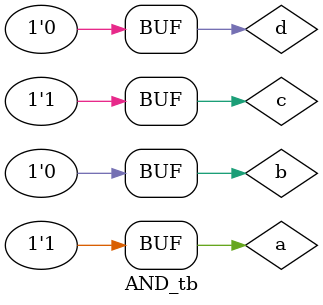
<source format=v>
module OR(a,b,c,d,y);
   input a,b,c,d;
   output y;

   or o1(y,a,b,c,d);

endmodule

    //testbench
    module AND_tb();
      reg a,b,c,d;
      wire y;

      //instantiation
      OR A1(a,b,c,d,y);

      initial
      begin
      a=1;b=1;c=1;d=1;#10;
      a=1;b=0;c=1;d=0;#10;
      end
      initial
      $monitor("a=%b b=%b c=%b d=%b y=%b Time=%t",a,b,c,d,y,$time);
      endmodule

</source>
